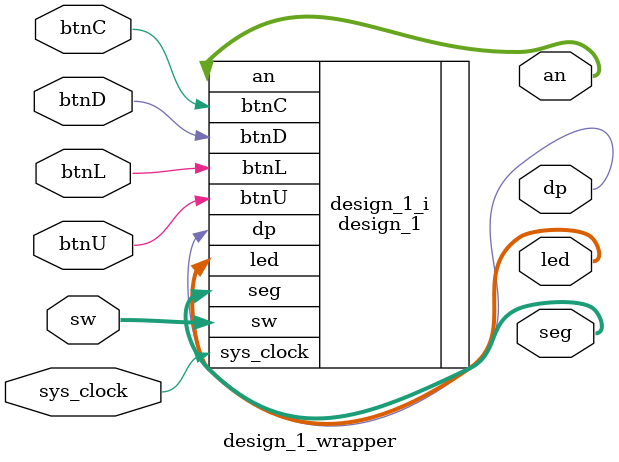
<source format=v>
`timescale 1 ps / 1 ps

module design_1_wrapper
   (an,
    btnC,
    btnD,
    btnL,
    btnU,
    dp,
    led,
    seg,
    sw,
    sys_clock);
  output [3:0]an;
  input btnC;
  input btnD;
  input btnL;
  input btnU;
  output dp;
  output [2:0]led;
  output [6:0]seg;
  input [15:0]sw;
  input sys_clock;

  wire [3:0]an;
  wire btnC;
  wire btnD;
  wire btnL;
  wire btnU;
  wire dp;
  wire [2:0]led;
  wire [6:0]seg;
  wire [15:0]sw;
  wire sys_clock;

  design_1 design_1_i
       (.an(an),
        .btnC(btnC),
        .btnD(btnD),
        .btnL(btnL),
        .btnU(btnU),
        .dp(dp),
        .led(led),
        .seg(seg),
        .sw(sw),
        .sys_clock(sys_clock));
endmodule

</source>
